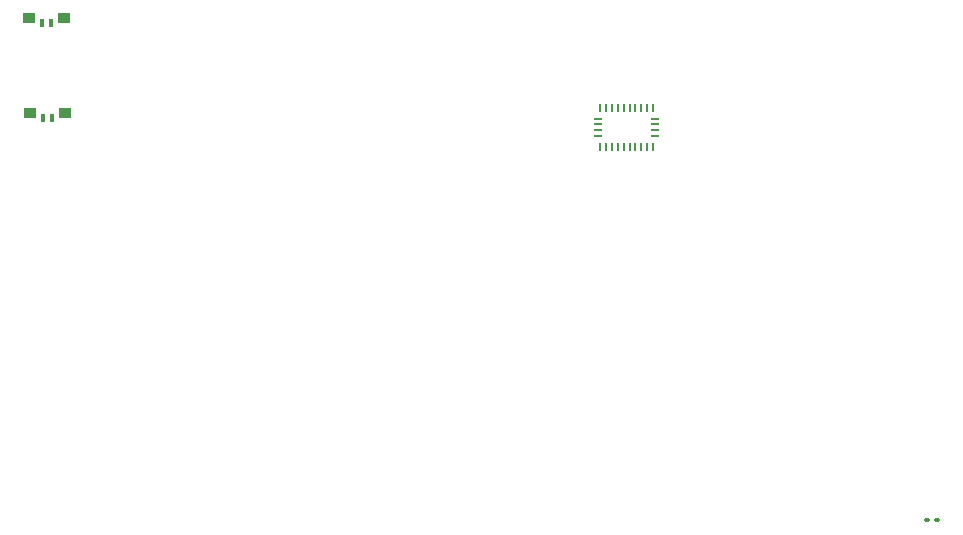
<source format=gtp>
%TF.GenerationSoftware,KiCad,Pcbnew,8.0.5*%
%TF.CreationDate,2024-11-19T17:17:41-05:00*%
%TF.ProjectId,RoboCup25PCBv1,526f626f-4375-4703-9235-50434276312e,rev?*%
%TF.SameCoordinates,Original*%
%TF.FileFunction,Paste,Top*%
%TF.FilePolarity,Positive*%
%FSLAX46Y46*%
G04 Gerber Fmt 4.6, Leading zero omitted, Abs format (unit mm)*
G04 Created by KiCad (PCBNEW 8.0.5) date 2024-11-19 17:17:41*
%MOMM*%
%LPD*%
G01*
G04 APERTURE LIST*
G04 Aperture macros list*
%AMRoundRect*
0 Rectangle with rounded corners*
0 $1 Rounding radius*
0 $2 $3 $4 $5 $6 $7 $8 $9 X,Y pos of 4 corners*
0 Add a 4 corners polygon primitive as box body*
4,1,4,$2,$3,$4,$5,$6,$7,$8,$9,$2,$3,0*
0 Add four circle primitives for the rounded corners*
1,1,$1+$1,$2,$3*
1,1,$1+$1,$4,$5*
1,1,$1+$1,$6,$7*
1,1,$1+$1,$8,$9*
0 Add four rect primitives between the rounded corners*
20,1,$1+$1,$2,$3,$4,$5,0*
20,1,$1+$1,$4,$5,$6,$7,0*
20,1,$1+$1,$6,$7,$8,$9,0*
20,1,$1+$1,$8,$9,$2,$3,0*%
G04 Aperture macros list end*
%ADD10R,0.254000X0.675000*%
%ADD11R,0.675000X0.254000*%
%ADD12R,1.000000X0.900000*%
%ADD13R,0.400000X0.800000*%
%ADD14RoundRect,0.090000X-0.139000X-0.090000X0.139000X-0.090000X0.139000X0.090000X-0.139000X0.090000X0*%
G04 APERTURE END LIST*
D10*
%TO.C,U6*%
X310362500Y-186587500D03*
D11*
X310225000Y-187500000D03*
X310225000Y-188000000D03*
X310225000Y-188500000D03*
X310225000Y-189000000D03*
D10*
X310362500Y-189912500D03*
X310862500Y-189912500D03*
X311362500Y-189912500D03*
X311862500Y-189912500D03*
X312362500Y-189912500D03*
X312862500Y-189912500D03*
X313362500Y-189912500D03*
X313862500Y-189912500D03*
X314362500Y-189912500D03*
X314862500Y-189912500D03*
D11*
X315000000Y-189000000D03*
X315000000Y-188500000D03*
X315000000Y-188000000D03*
X315000000Y-187500000D03*
D10*
X314862500Y-186587500D03*
X314362500Y-186587500D03*
X313862500Y-186587500D03*
X313362500Y-186587500D03*
X312862500Y-186587500D03*
X312362500Y-186587500D03*
X311862500Y-186587500D03*
X311362500Y-186587500D03*
X310862500Y-186587500D03*
%TD*%
D12*
%TO.C,D3*%
X262067500Y-187000000D03*
X265067500Y-187000000D03*
D13*
X263967500Y-187450000D03*
X263167500Y-187450000D03*
%TD*%
D14*
%TO.C,C1*%
X338067500Y-221500000D03*
X338932500Y-221500000D03*
%TD*%
D12*
%TO.C,D2*%
X262000000Y-179000000D03*
X265000000Y-179000000D03*
D13*
X263900000Y-179450000D03*
X263100000Y-179450000D03*
%TD*%
M02*

</source>
